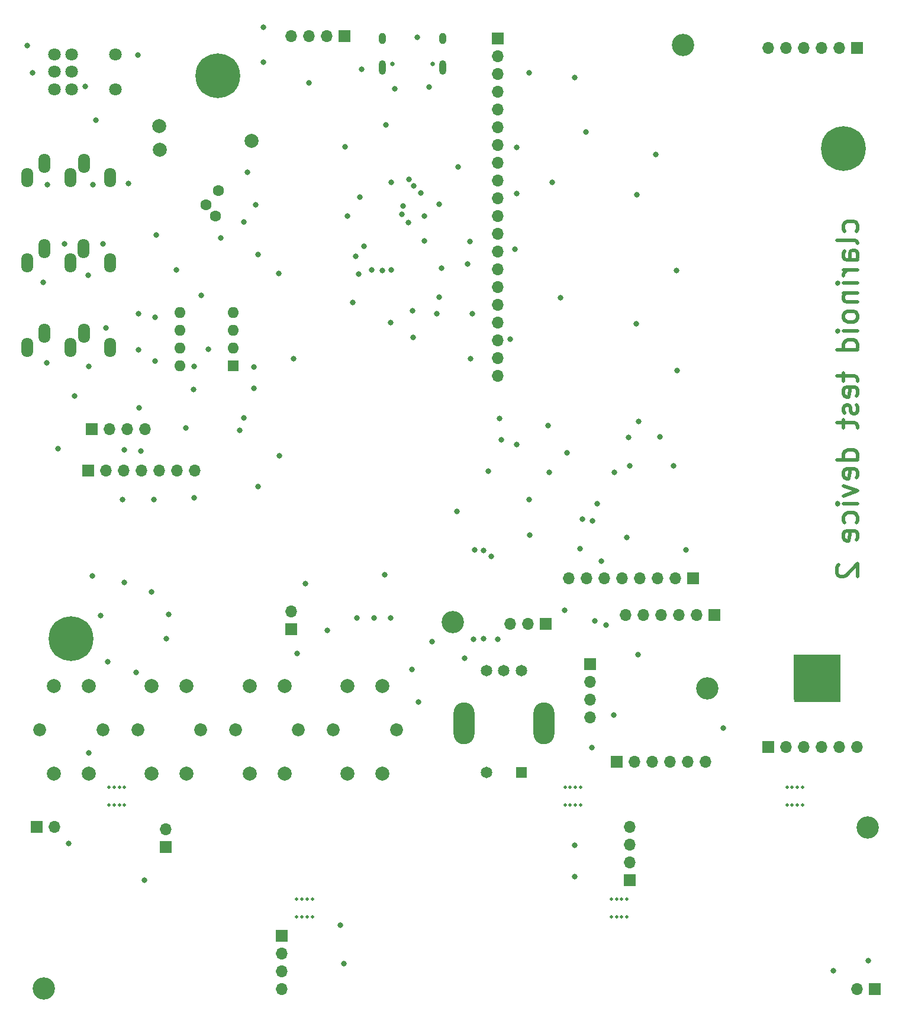
<source format=gbr>
%TF.GenerationSoftware,KiCad,Pcbnew,(6.0.5)*%
%TF.CreationDate,2022-08-13T10:07:46+02:00*%
%TF.ProjectId,clarinoid-devboard,636c6172-696e-46f6-9964-2d646576626f,rev?*%
%TF.SameCoordinates,Original*%
%TF.FileFunction,Soldermask,Bot*%
%TF.FilePolarity,Negative*%
%FSLAX46Y46*%
G04 Gerber Fmt 4.6, Leading zero omitted, Abs format (unit mm)*
G04 Created by KiCad (PCBNEW (6.0.5)) date 2022-08-13 10:07:46*
%MOMM*%
%LPD*%
G01*
G04 APERTURE LIST*
%ADD10C,0.500000*%
%ADD11R,1.700000X1.700000*%
%ADD12O,1.700000X1.700000*%
%ADD13C,3.200000*%
%ADD14C,1.850000*%
%ADD15C,2.000000*%
%ADD16C,0.500000*%
%ADD17O,1.700000X2.800000*%
%ADD18C,0.800000*%
%ADD19C,6.400000*%
%ADD20R,6.400000X6.400000*%
%ADD21C,0.650000*%
%ADD22O,1.000000X1.600000*%
%ADD23O,1.000000X2.100000*%
%ADD24R,1.600000X1.600000*%
%ADD25O,1.600000X1.600000*%
%ADD26C,1.800000*%
%ADD27R,1.650000X1.650000*%
%ADD28C,1.650000*%
%ADD29O,3.000000X6.000000*%
%ADD30C,1.600000*%
G04 APERTURE END LIST*
D10*
X450993589Y-35040034D02*
X451136446Y-34754319D01*
X451136446Y-34182891D01*
X450993589Y-33897176D01*
X450850732Y-33754319D01*
X450565018Y-33611462D01*
X449707875Y-33611462D01*
X449422161Y-33754319D01*
X449279304Y-33897176D01*
X449136446Y-34182891D01*
X449136446Y-34754319D01*
X449279304Y-35040034D01*
X451136446Y-36754319D02*
X450993589Y-36468605D01*
X450707875Y-36325748D01*
X448136446Y-36325748D01*
X451136446Y-39182891D02*
X449565018Y-39182891D01*
X449279304Y-39040034D01*
X449136446Y-38754319D01*
X449136446Y-38182891D01*
X449279304Y-37897176D01*
X450993589Y-39182891D02*
X451136446Y-38897176D01*
X451136446Y-38182891D01*
X450993589Y-37897176D01*
X450707875Y-37754319D01*
X450422161Y-37754319D01*
X450136446Y-37897176D01*
X449993589Y-38182891D01*
X449993589Y-38897176D01*
X449850732Y-39182891D01*
X451136446Y-40611462D02*
X449136446Y-40611462D01*
X449707875Y-40611462D02*
X449422161Y-40754319D01*
X449279304Y-40897176D01*
X449136446Y-41182891D01*
X449136446Y-41468605D01*
X451136446Y-42468605D02*
X449136446Y-42468605D01*
X448136446Y-42468605D02*
X448279304Y-42325748D01*
X448422161Y-42468605D01*
X448279304Y-42611462D01*
X448136446Y-42468605D01*
X448422161Y-42468605D01*
X449136446Y-43897176D02*
X451136446Y-43897176D01*
X449422161Y-43897176D02*
X449279304Y-44040034D01*
X449136446Y-44325748D01*
X449136446Y-44754319D01*
X449279304Y-45040034D01*
X449565018Y-45182891D01*
X451136446Y-45182891D01*
X451136446Y-47040034D02*
X450993589Y-46754319D01*
X450850732Y-46611462D01*
X450565018Y-46468605D01*
X449707875Y-46468605D01*
X449422161Y-46611462D01*
X449279304Y-46754319D01*
X449136446Y-47040034D01*
X449136446Y-47468605D01*
X449279304Y-47754319D01*
X449422161Y-47897176D01*
X449707875Y-48040034D01*
X450565018Y-48040034D01*
X450850732Y-47897176D01*
X450993589Y-47754319D01*
X451136446Y-47468605D01*
X451136446Y-47040034D01*
X451136446Y-49325748D02*
X449136446Y-49325748D01*
X448136446Y-49325748D02*
X448279304Y-49182891D01*
X448422161Y-49325748D01*
X448279304Y-49468605D01*
X448136446Y-49325748D01*
X448422161Y-49325748D01*
X451136446Y-52040034D02*
X448136446Y-52040034D01*
X450993589Y-52040034D02*
X451136446Y-51754319D01*
X451136446Y-51182891D01*
X450993589Y-50897176D01*
X450850732Y-50754319D01*
X450565018Y-50611462D01*
X449707875Y-50611462D01*
X449422161Y-50754319D01*
X449279304Y-50897176D01*
X449136446Y-51182891D01*
X449136446Y-51754319D01*
X449279304Y-52040034D01*
X449136446Y-55325748D02*
X449136446Y-56468605D01*
X448136446Y-55754319D02*
X450707875Y-55754319D01*
X450993589Y-55897176D01*
X451136446Y-56182891D01*
X451136446Y-56468605D01*
X450993589Y-58611462D02*
X451136446Y-58325748D01*
X451136446Y-57754319D01*
X450993589Y-57468605D01*
X450707875Y-57325748D01*
X449565018Y-57325748D01*
X449279304Y-57468605D01*
X449136446Y-57754319D01*
X449136446Y-58325748D01*
X449279304Y-58611462D01*
X449565018Y-58754319D01*
X449850732Y-58754319D01*
X450136446Y-57325748D01*
X450993589Y-59897176D02*
X451136446Y-60182891D01*
X451136446Y-60754319D01*
X450993589Y-61040034D01*
X450707875Y-61182891D01*
X450565018Y-61182891D01*
X450279304Y-61040034D01*
X450136446Y-60754319D01*
X450136446Y-60325748D01*
X449993589Y-60040034D01*
X449707875Y-59897176D01*
X449565018Y-59897176D01*
X449279304Y-60040034D01*
X449136446Y-60325748D01*
X449136446Y-60754319D01*
X449279304Y-61040034D01*
X449136446Y-62040034D02*
X449136446Y-63182891D01*
X448136446Y-62468605D02*
X450707875Y-62468605D01*
X450993589Y-62611462D01*
X451136446Y-62897176D01*
X451136446Y-63182891D01*
X451136446Y-67754319D02*
X448136446Y-67754319D01*
X450993589Y-67754319D02*
X451136446Y-67468605D01*
X451136446Y-66897176D01*
X450993589Y-66611462D01*
X450850732Y-66468605D01*
X450565018Y-66325748D01*
X449707875Y-66325748D01*
X449422161Y-66468605D01*
X449279304Y-66611462D01*
X449136446Y-66897176D01*
X449136446Y-67468605D01*
X449279304Y-67754319D01*
X450993589Y-70325748D02*
X451136446Y-70040034D01*
X451136446Y-69468605D01*
X450993589Y-69182891D01*
X450707875Y-69040034D01*
X449565018Y-69040034D01*
X449279304Y-69182891D01*
X449136446Y-69468605D01*
X449136446Y-70040034D01*
X449279304Y-70325748D01*
X449565018Y-70468605D01*
X449850732Y-70468605D01*
X450136446Y-69040034D01*
X449136446Y-71468605D02*
X451136446Y-72182891D01*
X449136446Y-72897176D01*
X451136446Y-74040034D02*
X449136446Y-74040034D01*
X448136446Y-74040034D02*
X448279304Y-73897176D01*
X448422161Y-74040034D01*
X448279304Y-74182891D01*
X448136446Y-74040034D01*
X448422161Y-74040034D01*
X450993589Y-76754319D02*
X451136446Y-76468605D01*
X451136446Y-75897176D01*
X450993589Y-75611462D01*
X450850732Y-75468605D01*
X450565018Y-75325748D01*
X449707875Y-75325748D01*
X449422161Y-75468605D01*
X449279304Y-75611462D01*
X449136446Y-75897176D01*
X449136446Y-76468605D01*
X449279304Y-76754319D01*
X450993589Y-79182891D02*
X451136446Y-78897176D01*
X451136446Y-78325748D01*
X450993589Y-78040034D01*
X450707875Y-77897176D01*
X449565018Y-77897176D01*
X449279304Y-78040034D01*
X449136446Y-78325748D01*
X449136446Y-78897176D01*
X449279304Y-79182891D01*
X449565018Y-79325748D01*
X449850732Y-79325748D01*
X450136446Y-77897176D01*
X448422161Y-82754319D02*
X448279304Y-82897176D01*
X448136446Y-83182891D01*
X448136446Y-83897176D01*
X448279304Y-84182891D01*
X448422161Y-84325748D01*
X448707875Y-84468605D01*
X448993589Y-84468605D01*
X449422161Y-84325748D01*
X451136446Y-82611462D01*
X451136446Y-84468605D01*
%TO.C,H1*%
G36*
X442039304Y-95650034D02*
G01*
X448639304Y-95650034D01*
X448639304Y-102350034D01*
X442039304Y-102350034D01*
X442039304Y-95650034D01*
G37*
%TD*%
D11*
%TO.C,U38*%
X406539304Y-91250034D03*
D12*
X403999304Y-91250034D03*
X401459304Y-91250034D03*
%TD*%
D13*
%TO.C,H15*%
X426129304Y-8440034D03*
%TD*%
D11*
%TO.C,J33*%
X352139304Y-123120034D03*
D12*
X352139304Y-120580034D03*
%TD*%
D13*
%TO.C,H7*%
X334729304Y-143360034D03*
%TD*%
%TO.C,H14*%
X429629304Y-100440034D03*
%TD*%
D11*
%TO.C,J45*%
X438311804Y-108851034D03*
D12*
X440851804Y-108851034D03*
X443391804Y-108851034D03*
X445931804Y-108851034D03*
X448471804Y-108851034D03*
X451011804Y-108851034D03*
%TD*%
D14*
%TO.C,SW4*%
X362139304Y-106350034D03*
X371139304Y-106350034D03*
D15*
X369139304Y-100100034D03*
X369139304Y-112600034D03*
X364139304Y-100100034D03*
X364139304Y-112600034D03*
%TD*%
D11*
%TO.C,J30*%
X418549304Y-127850034D03*
D12*
X418549304Y-125310034D03*
X418549304Y-122770034D03*
X418549304Y-120230034D03*
%TD*%
D16*
%TO.C,U15*%
X411514304Y-114600034D03*
X409264304Y-117100034D03*
X410764304Y-117100034D03*
X410764304Y-114600034D03*
X409264304Y-114600034D03*
X410014304Y-117100034D03*
X410014304Y-114600034D03*
X411514304Y-117100034D03*
%TD*%
D14*
%TO.C,SW3*%
X357139304Y-106350034D03*
X348139304Y-106350034D03*
D15*
X355139304Y-100100034D03*
X355139304Y-112600034D03*
X350139304Y-100100034D03*
X350139304Y-112600034D03*
%TD*%
D16*
%TO.C,U50*%
X418139342Y-133100068D03*
X417389342Y-133100068D03*
X416639342Y-130600068D03*
X416639342Y-133100068D03*
X415889342Y-133100068D03*
X418139342Y-130600068D03*
X417389342Y-130600068D03*
X415889342Y-130600068D03*
%TD*%
D17*
%TO.C,J10*%
X332384556Y-51675729D03*
X334834556Y-49675729D03*
X338534556Y-51675729D03*
X340434556Y-49675729D03*
X344184556Y-51675729D03*
%TD*%
D11*
%TO.C,J43*%
X399629304Y-7440034D03*
D12*
X399629304Y-9980034D03*
X399629304Y-12520034D03*
X399629304Y-15060034D03*
X399629304Y-17600034D03*
X399629304Y-20140034D03*
X399629304Y-22680034D03*
X399629304Y-25220034D03*
X399629304Y-27760034D03*
X399629304Y-30300034D03*
X399629304Y-32840034D03*
X399629304Y-35380034D03*
X399629304Y-37920034D03*
X399629304Y-40460034D03*
X399629304Y-43000034D03*
X399629304Y-45540034D03*
X399629304Y-48080034D03*
X399629304Y-50620034D03*
X399629304Y-53160034D03*
X399629304Y-55700034D03*
%TD*%
D18*
%TO.C,H2*%
X340336360Y-91652978D03*
X336942248Y-91652978D03*
X338639304Y-95750034D03*
X336239304Y-93350034D03*
X336942248Y-95047090D03*
X341039304Y-93350034D03*
X338639304Y-90950034D03*
X340336360Y-95047090D03*
D19*
X338639304Y-93350034D03*
%TD*%
D20*
%TO.C,H1*%
X445239304Y-98850034D03*
%TD*%
D11*
%TO.C,J44*%
X427569304Y-84700034D03*
D12*
X425029304Y-84700034D03*
X422489304Y-84700034D03*
X419949304Y-84700034D03*
X417409304Y-84700034D03*
X414869304Y-84700034D03*
X412329304Y-84700034D03*
X409789304Y-84700034D03*
%TD*%
D11*
%TO.C,J5*%
X341539304Y-63325034D03*
D12*
X344079304Y-63325034D03*
X346619304Y-63325034D03*
X349159304Y-63325034D03*
%TD*%
D21*
%TO.C,J2*%
X390329304Y-11155034D03*
X384549304Y-11155034D03*
D22*
X391759304Y-7475034D03*
X383119304Y-7475034D03*
D23*
X391759304Y-11655034D03*
X383119304Y-11655034D03*
%TD*%
D14*
%TO.C,SW2*%
X334139304Y-106350034D03*
X343139304Y-106350034D03*
D15*
X341139304Y-100100034D03*
X341139304Y-112600034D03*
X336139304Y-100100034D03*
X336139304Y-112600034D03*
%TD*%
%TO.C,TP3*%
X351193556Y-20015729D03*
%TD*%
D11*
%TO.C,J52*%
X430629304Y-89940034D03*
D12*
X428089304Y-89940034D03*
X425549304Y-89940034D03*
X423009304Y-89940034D03*
X420469304Y-89940034D03*
X417929304Y-89940034D03*
%TD*%
D15*
%TO.C,TP6*%
X364433556Y-22123229D03*
%TD*%
D13*
%TO.C,H8*%
X452549304Y-120340034D03*
%TD*%
D24*
%TO.C,U8*%
X361784556Y-54275729D03*
D25*
X361784556Y-51735729D03*
X361784556Y-49195729D03*
X361784556Y-46655729D03*
X354164556Y-46655729D03*
X354164556Y-49195729D03*
X354164556Y-51735729D03*
X354164556Y-54275729D03*
%TD*%
D26*
%TO.C,R13*%
X336199640Y-9751424D03*
X336199640Y-12251424D03*
X336199640Y-14751424D03*
X338699640Y-9751424D03*
X338699640Y-12251424D03*
X338699640Y-14751424D03*
X344949640Y-9751424D03*
X344949640Y-14751424D03*
%TD*%
D16*
%TO.C,U10*%
X344014304Y-117100034D03*
X344764304Y-114600034D03*
X346264304Y-114600034D03*
X344764304Y-117100034D03*
X345514304Y-117100034D03*
X344014304Y-114600034D03*
X346264304Y-117100034D03*
X345514304Y-114600034D03*
%TD*%
D18*
%TO.C,H5*%
X447414748Y-21553978D03*
D19*
X449111804Y-23251034D03*
D18*
X447414748Y-24948090D03*
X451511804Y-23251034D03*
X446711804Y-23251034D03*
X450808860Y-21553978D03*
X449111804Y-25651034D03*
X450808860Y-24948090D03*
X449111804Y-20851034D03*
%TD*%
D15*
%TO.C,TP8*%
X351284556Y-23375729D03*
%TD*%
D11*
%TO.C,J31*%
X377739304Y-7150034D03*
D12*
X375199304Y-7150034D03*
X372659304Y-7150034D03*
X370119304Y-7150034D03*
%TD*%
D17*
%TO.C,J1*%
X332384556Y-27375729D03*
X334834556Y-25375729D03*
X338534556Y-27375729D03*
X340434556Y-25375729D03*
X344184556Y-27375729D03*
%TD*%
D11*
%TO.C,J37*%
X453549304Y-143470034D03*
D12*
X451009304Y-143470034D03*
%TD*%
D11*
%TO.C,J12*%
X341039304Y-69325034D03*
D12*
X343579304Y-69325034D03*
X346119304Y-69325034D03*
X348659304Y-69325034D03*
X351199304Y-69325034D03*
X353739304Y-69325034D03*
X356279304Y-69325034D03*
%TD*%
D11*
%TO.C,J36*%
X368729304Y-135850034D03*
D12*
X368729304Y-138390034D03*
X368729304Y-140930034D03*
X368729304Y-143470034D03*
%TD*%
D11*
%TO.C,J32*%
X370119304Y-91970034D03*
D12*
X370119304Y-89430034D03*
%TD*%
D14*
%TO.C,SW5*%
X376139304Y-106350034D03*
X385139304Y-106350034D03*
D15*
X383139304Y-100100034D03*
X383139304Y-112600034D03*
X378139304Y-100100034D03*
X378139304Y-112600034D03*
%TD*%
D11*
%TO.C,J8*%
X412849304Y-96970034D03*
D12*
X412849304Y-99510034D03*
X412849304Y-102050034D03*
X412849304Y-104590034D03*
%TD*%
D13*
%TO.C,H13*%
X393249304Y-90970034D03*
%TD*%
D17*
%TO.C,J11*%
X332370343Y-39525729D03*
X334820343Y-37525729D03*
X338520343Y-39525729D03*
X340420343Y-37525729D03*
X344170343Y-39525729D03*
%TD*%
D11*
%TO.C,J6*%
X451011804Y-8851034D03*
D12*
X448471804Y-8851034D03*
X445931804Y-8851034D03*
X443391804Y-8851034D03*
X440851804Y-8851034D03*
X438311804Y-8851034D03*
%TD*%
D18*
%TO.C,H3*%
X357942248Y-11152978D03*
X361336360Y-14547090D03*
X359639304Y-10450034D03*
X362039304Y-12850034D03*
X357239304Y-12850034D03*
X359639304Y-15250034D03*
D19*
X359639304Y-12850034D03*
D18*
X361336360Y-11152978D03*
X357942248Y-14547090D03*
%TD*%
D11*
%TO.C,J53*%
X416659304Y-110940034D03*
D12*
X419199304Y-110940034D03*
X421739304Y-110940034D03*
X424279304Y-110940034D03*
X426819304Y-110940034D03*
X429359304Y-110940034D03*
%TD*%
D16*
%TO.C,U48*%
X370889342Y-133100034D03*
X373139342Y-133100034D03*
X373139342Y-130600034D03*
X371639342Y-130600034D03*
X370889342Y-130600034D03*
X371639342Y-133100034D03*
X372389342Y-133100034D03*
X372389342Y-130600034D03*
%TD*%
D11*
%TO.C,J35*%
X333729304Y-120230034D03*
D12*
X336269304Y-120230034D03*
%TD*%
D16*
%TO.C,U9*%
X441764304Y-114600034D03*
X442514304Y-117100034D03*
X442514304Y-114600034D03*
X441014304Y-114600034D03*
X443264304Y-117100034D03*
X441014304Y-117100034D03*
X443264304Y-114600034D03*
X441764304Y-117100034D03*
%TD*%
D27*
%TO.C,SW7*%
X403029304Y-112440034D03*
D28*
X398029304Y-112440034D03*
X403029304Y-97940034D03*
X398029304Y-97940034D03*
X400529304Y-97940034D03*
D29*
X406229304Y-105440034D03*
X394829304Y-105440034D03*
%TD*%
D18*
X333139304Y-12350034D03*
X335239304Y-28350034D03*
X346783556Y-28248229D03*
D30*
X357884556Y-31275729D03*
D18*
X340639304Y-14350034D03*
X342184556Y-19175729D03*
X350783556Y-35548229D03*
X332384556Y-8475729D03*
X341739304Y-28350034D03*
X384939304Y-14650034D03*
X389839304Y-14450034D03*
X424839304Y-68650034D03*
X422839304Y-64450034D03*
X384339304Y-48150034D03*
X385939304Y-32650034D03*
X348239304Y-46850034D03*
X348239304Y-52050034D03*
X365339304Y-38350034D03*
X348339304Y-60350034D03*
X386939304Y-27650034D03*
X338239304Y-122650034D03*
X349139304Y-127850034D03*
X410639304Y-127350034D03*
X410639304Y-122850034D03*
X377639304Y-139850034D03*
X452639304Y-139350034D03*
X447639304Y-140850034D03*
X377139304Y-134350034D03*
X394939304Y-96150034D03*
X407439304Y-28050034D03*
X350639304Y-53650034D03*
X410639304Y-13050034D03*
X391239304Y-44450034D03*
X341139304Y-54350034D03*
X363339304Y-61750034D03*
X347939304Y-98150034D03*
X348139304Y-9850034D03*
X364739304Y-54450034D03*
X431939304Y-106150034D03*
X343839304Y-96650034D03*
X370939304Y-95450034D03*
X389139304Y-32850034D03*
X401439304Y-50450034D03*
X336739304Y-66150034D03*
X387539304Y-50250034D03*
X379539304Y-90350034D03*
X395639304Y-36550034D03*
X352539304Y-89850034D03*
X346239304Y-66350034D03*
X339139304Y-58650034D03*
X368339304Y-41050034D03*
X360039304Y-36050034D03*
X391639304Y-40350034D03*
X362739304Y-63550034D03*
X425339304Y-54950034D03*
X370439304Y-53250034D03*
X357239304Y-44250034D03*
X350439304Y-73450034D03*
X379939304Y-30150034D03*
X343639304Y-48850034D03*
X414439304Y-82250034D03*
X408639304Y-44550034D03*
X335139304Y-53850034D03*
X425239304Y-40650034D03*
X346239304Y-85250034D03*
X393839304Y-75150034D03*
X341639304Y-84350034D03*
X343139304Y-36850034D03*
X409239304Y-89250034D03*
D30*
X359684556Y-29275729D03*
D18*
X390239304Y-93750034D03*
X384339304Y-90350034D03*
X383439304Y-84150034D03*
X355039304Y-63150034D03*
X381939304Y-90350034D03*
X380483926Y-37205412D03*
X387339304Y-97750034D03*
X404139304Y-73450034D03*
X365039304Y-31250034D03*
X378139304Y-32850034D03*
X418339304Y-64550034D03*
X366139304Y-5850034D03*
X358239304Y-51950034D03*
X342839304Y-90050034D03*
X411439304Y-80450034D03*
X404239304Y-78550034D03*
X402339304Y-29650034D03*
X350639304Y-47350034D03*
X377839304Y-22950034D03*
X334639304Y-42350034D03*
X337639304Y-36850034D03*
X412239304Y-20850034D03*
X341039304Y-41350034D03*
X398339304Y-69350034D03*
X393939304Y-25850034D03*
X422239304Y-24050034D03*
X409539304Y-66750034D03*
X391239304Y-31150034D03*
X341139304Y-109650034D03*
X379739304Y-41150034D03*
X356139304Y-57650034D03*
X395339304Y-39750034D03*
X416239304Y-104250034D03*
X372139304Y-85450034D03*
X352239304Y-93350034D03*
X395739304Y-53250034D03*
X364739304Y-57550034D03*
X416339304Y-69550034D03*
X389139304Y-36450034D03*
X404139304Y-12350034D03*
X363839304Y-26650034D03*
X399939304Y-61850034D03*
X375239304Y-92150034D03*
X413839304Y-74050034D03*
X366139304Y-10850034D03*
X419739304Y-95650034D03*
X419539304Y-29850034D03*
X419439304Y-48250034D03*
X388339304Y-102350034D03*
X363339304Y-33750034D03*
X418139304Y-78850034D03*
X390939304Y-46850034D03*
X419839304Y-62250034D03*
X379339304Y-38650034D03*
X402139304Y-37650034D03*
X378939304Y-45250034D03*
X402339304Y-23050034D03*
D30*
X359284556Y-32875729D03*
D18*
X413139304Y-108950034D03*
X356239304Y-73150034D03*
X345939304Y-73450034D03*
X356239304Y-54350034D03*
X406839304Y-62850034D03*
X353639304Y-40550034D03*
X396039304Y-46850034D03*
X426539304Y-80650034D03*
X384439304Y-28050034D03*
X365339304Y-71550034D03*
X368439304Y-67150034D03*
X350139304Y-86650034D03*
X407039304Y-69550034D03*
X402369821Y-65549534D03*
X386839304Y-33850034D03*
X387439304Y-46450034D03*
X400139304Y-64850034D03*
X418539304Y-68650034D03*
X372639304Y-13850034D03*
X388139304Y-7350034D03*
X383639304Y-19850034D03*
X380139304Y-11850034D03*
X387607980Y-28588594D03*
X381639304Y-40550034D03*
X413239304Y-76450034D03*
X386104986Y-31415716D03*
X384439304Y-40550034D03*
X415139304Y-91350034D03*
X413539304Y-90750034D03*
X383139304Y-40650034D03*
X411747378Y-76247352D03*
X388633926Y-29544656D03*
X348639304Y-66450034D03*
X398739304Y-81550034D03*
X399639304Y-93450034D03*
X397639304Y-93350034D03*
X397639304Y-80750034D03*
X396339304Y-80650034D03*
X396139304Y-93450034D03*
M02*

</source>
